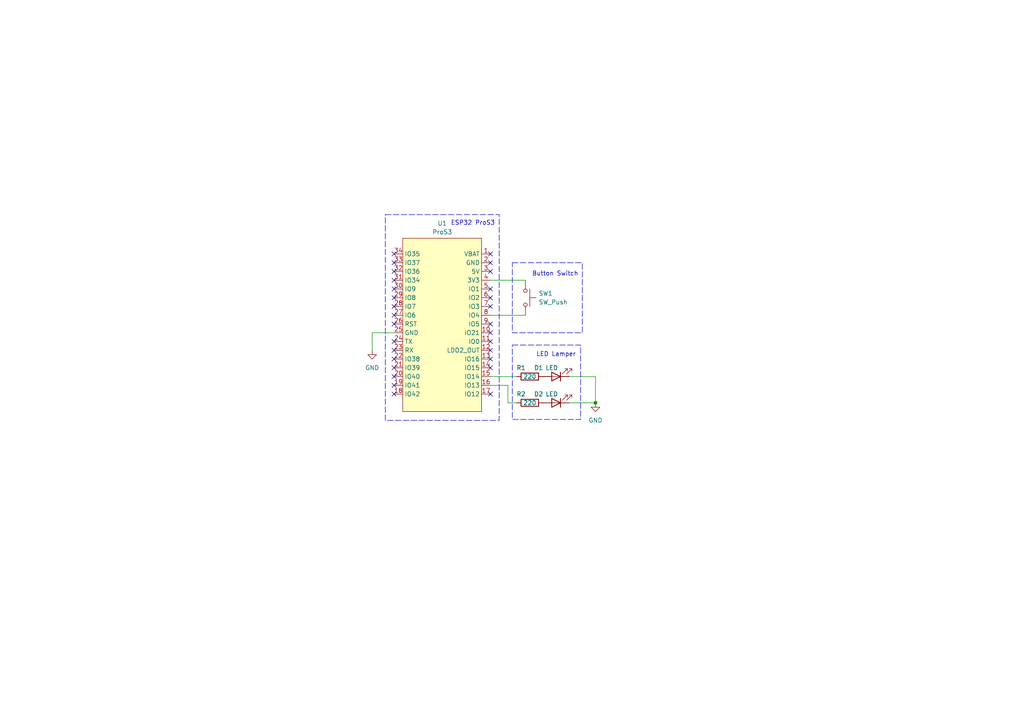
<source format=kicad_sch>
(kicad_sch (version 20231120) (generator "eeschema") (generator_version "8.0")
  (paper "A4")
  (lib_symbols
    (symbol "Device:LED" (pin_numbers hide) (pin_names (offset 1.016) hide)
      (property "Reference" "D" (at 0 2.54 0))
      (property "Value" "LED" (at 0 -2.54 0))
      (symbol "LED_0_1"
        (polyline (pts (xy -1.27 -1.27) (xy -1.27 1.27)) (stroke (width 0.254)))
        (polyline (pts (xy -1.27 0) (xy 1.27 0)))
        (polyline (pts (xy 1.27 -1.27) (xy 1.27 1.27) (xy -1.27 0) (xy 1.27 -1.27)) (stroke (width 0.254)))
        (polyline (pts (xy -3.048 -0.762) (xy -4.572 -2.286) (xy -3.81 -2.286) (xy -4.572 -2.286) (xy -4.572 -1.524)))
        (polyline (pts (xy -1.778 -0.762) (xy -3.302 -2.286) (xy -2.54 -2.286) (xy -3.302 -2.286) (xy -3.302 -1.524)))
      )
      (symbol "LED_1_1"
        (pin passive line (at -3.81 0 0) (length 2.54) (name "K") (number "1"))
        (pin passive line (at 3.81 0 180) (length 2.54) (name "A") (number "2"))
      )
    )
    (symbol "Device:R" (pin_numbers hide) (pin_names (offset 0))
      (property "Reference" "R" (at 2.032 0 90))
      (property "Value" "R" (at 0 0 90))
      (symbol "R_0_1"
        (rectangle (start -1.016 -2.54) (end 1.016 2.54) (stroke (width 0.254)))
      )
      (symbol "R_1_1"
        (pin passive line (at 0 3.81 270) (length 1.27) (name "~") (number "1"))
        (pin passive line (at 0 -3.81 90) (length 1.27) (name "~") (number "2"))
      )
    )
    (symbol "ProS3:ProS3"
      (property "Reference" "U" (at 0 -28.956 0))
      (property "Value" "ProS3" (at -0.508 27.178 0))
      (symbol "ProS3_1_1"
        (rectangle (start -11.43 24.892) (end 11.43 -25.4) (stroke (width 0.1524)) (fill (type background)))
        (pin power_in line (at 13.97 20.32 180) (length 2.54) (name "VBAT") (number "1"))
        (pin bidirectional line (at 13.97 -2.54 180) (length 2.54) (name "IO21") (number "10"))
        (pin bidirectional line (at 13.97 -5.08 180) (length 2.54) (name "IO0") (number "11"))
        (pin power_out line (at 13.97 -7.62 180) (length 2.54) (name "LDO2_OUT") (number "12"))
        (pin bidirectional line (at 13.97 -10.16 180) (length 2.54) (name "IO16") (number "13"))
        (pin bidirectional line (at 13.97 -12.7 180) (length 2.54) (name "IO15") (number "14"))
        (pin bidirectional line (at 13.97 -15.24 180) (length 2.54) (name "IO14") (number "15"))
        (pin bidirectional line (at 13.97 -17.78 180) (length 2.54) (name "IO13") (number "16"))
        (pin bidirectional line (at 13.97 -20.32 180) (length 2.54) (name "IO12") (number "17"))
        (pin bidirectional line (at -13.97 -20.32 0) (length 2.54) (name "IO42") (number "18"))
        (pin bidirectional line (at -13.97 -17.78 0) (length 2.54) (name "IO41") (number "19"))
        (pin power_in line (at 13.97 17.78 180) (length 2.54) (name "GND") (number "2"))
        (pin bidirectional line (at -13.97 -15.24 0) (length 2.54) (name "IO40") (number "20"))
        (pin bidirectional line (at -13.97 -12.7 0) (length 2.54) (name "IO39") (number "21"))
        (pin bidirectional line (at -13.97 -10.16 0) (length 2.54) (name "IO38") (number "22"))
        (pin bidirectional line (at -13.97 -7.62 0) (length 2.54) (name "RX") (number "23"))
        (pin bidirectional line (at -13.97 -5.08 0) (length 2.54) (name "TX") (number "24"))
        (pin power_in line (at -13.97 -2.54 0) (length 2.54) (name "GND") (number "25"))
        (pin input line (at -13.97 0 0) (length 2.54) (name "RST") (number "26"))
        (pin bidirectional line (at -13.97 2.54 0) (length 2.54) (name "IO6") (number "27"))
        (pin bidirectional line (at -13.97 5.08 0) (length 2.54) (name "IO7") (number "28"))
        (pin bidirectional line (at -13.97 7.62 0) (length 2.54) (name "IO8") (number "29"))
        (pin power_in line (at 13.97 15.24 180) (length 2.54) (name "5V") (number "3"))
        (pin bidirectional line (at -13.97 10.16 0) (length 2.54) (name "IO9") (number "30"))
        (pin bidirectional line (at -13.97 12.7 0) (length 2.54) (name "IO34") (number "31"))
        (pin bidirectional line (at -13.97 15.24 0) (length 2.54) (name "IO36") (number "32"))
        (pin bidirectional line (at -13.97 17.78 0) (length 2.54) (name "IO37") (number "33"))
        (pin bidirectional line (at -13.97 20.32 0) (length 2.54) (name "IO35") (number "34"))
        (pin power_in line (at 13.97 12.7 180) (length 2.54) (name "3V3") (number "4"))
        (pin bidirectional line (at 13.97 10.16 180) (length 2.54) (name "IO1") (number "5"))
        (pin bidirectional line (at 13.97 7.62 180) (length 2.54) (name "IO2") (number "6"))
        (pin bidirectional line (at 13.97 5.08 180) (length 2.54) (name "IO3") (number "7"))
        (pin bidirectional line (at 13.97 2.54 180) (length 2.54) (name "IO4") (number "8"))
        (pin bidirectional line (at 13.97 0 180) (length 2.54) (name "IO5") (number "9"))
      )
    )
    (symbol "Switch:SW_Push" (pin_numbers hide) (pin_names (offset 1.016) hide)
      (property "Reference" "SW" (at 1.27 2.54 0))
      (property "Value" "SW_Push" (at 0 -1.524 0))
      (symbol "SW_Push_0_1"
        (circle (center -2.032 0) (radius 0.508))
        (polyline (pts (xy 0 1.27) (xy 0 3.048)))
        (polyline (pts (xy 2.54 1.27) (xy -2.54 1.27)))
        (circle (center 2.032 0) (radius 0.508))
        (pin passive line (at -5.08 0 0) (length 2.54) (name "1") (number "1"))
        (pin passive line (at 5.08 0 180) (length 2.54) (name "2") (number "2"))
      )
    )
    (symbol "power:GND" (power) (pin_numbers hide) (pin_names (offset 0) hide)
      (property "Value" "GND" (at 0 -3.81 0))
      (symbol "GND_0_1"
        (polyline (pts (xy 0 0) (xy 0 -1.27) (xy 1.27 -1.27) (xy 0 -2.54) (xy -1.27 -1.27) (xy 0 -1.27)))
      )
      (symbol "GND_1_1"
        (pin power_in line (at 0 0 270) (length 0) (name "~") (number "1"))
      )
    )
  )
  (junction (at 172.72 116.84))
  (no_connect (at 114.3 88.9))
  (no_connect (at 142.24 114.3))
  (no_connect (at 142.24 106.68))
  (no_connect (at 114.3 101.6))
  (no_connect (at 142.24 88.9))
  (no_connect (at 114.3 109.22))
  (no_connect (at 142.24 93.98))
  (no_connect (at 142.24 104.14))
  (no_connect (at 114.3 81.28))
  (no_connect (at 142.24 96.52))
  (no_connect (at 142.24 99.06))
  (no_connect (at 142.24 86.36))
  (no_connect (at 114.3 78.74))
  (no_connect (at 114.3 99.06))
  (no_connect (at 114.3 111.76))
  (no_connect (at 114.3 106.68))
  (no_connect (at 142.24 83.82))
  (no_connect (at 142.24 101.6))
  (no_connect (at 114.3 86.36))
  (no_connect (at 114.3 76.2))
  (no_connect (at 114.3 104.14))
  (no_connect (at 114.3 83.82))
  (no_connect (at 142.24 73.66))
  (no_connect (at 114.3 73.66))
  (no_connect (at 142.24 78.74))
  (no_connect (at 142.24 76.2))
  (no_connect (at 114.3 91.44))
  (no_connect (at 114.3 93.98))
  (no_connect (at 114.3 114.3))
  (wire (pts (xy 142.24 91.44) (xy 152.4 91.44)))
  (wire (pts (xy 147.32 111.76) (xy 147.32 116.84)))
  (wire (pts (xy 142.24 109.22) (xy 149.86 109.22)))
  (wire (pts (xy 107.95 96.52) (xy 107.95 101.6)))
  (wire (pts (xy 114.3 96.52) (xy 107.95 96.52)))
  (wire (pts (xy 142.24 111.76) (xy 147.32 111.76)))
  (wire (pts (xy 142.24 81.28) (xy 152.4 81.28)))
  (wire (pts (xy 165.1 116.84) (xy 172.72 116.84)))
  (wire (pts (xy 172.72 109.22) (xy 172.72 116.84)))
  (wire (pts (xy 165.1 109.22) (xy 172.72 109.22)))
  (wire (pts (xy 147.32 116.84) (xy 149.86 116.84)))
  (rectangle (start 148.59 76.2) (end 168.91 96.52) (stroke (width 0) (type dash)))
  (rectangle (start 111.76 62.23) (end 144.78 121.92) (stroke (width 0) (type dash)))
  (rectangle (start 148.59 100.076) (end 168.402 121.666) (stroke (width 0) (type dash)))
  (text "LED Lamper" (at 161.29 102.87 0) (effects (font (size 1.27 1.27))))
  (text "Button Switch" (at 161.036 79.502 0) (effects (font (size 1.27 1.27))))
  (text "ESP32 ProS3" (at 137.16 64.77 0) (effects (font (size 1.27 1.27))))
  (symbol (lib_id "Device:LED") (at 161.29 116.84 180) (unit 1)
    (property "Reference" "D2" (at 156.21 114.3 0))
    (property "Value" "LED" (at 160.02 114.3 0))
    (property "Footprint" "LED_SMD:LED_0603_1608Metric_Pad1.05x0.95mm_HandSolder" (effects (hide yes)))
    (property "Description" "Light emitting diode" (effects (hide yes)))
  )
  (symbol (lib_id "power:GND") (at 172.72 116.84 0) (unit 1)
    (property "Reference" "#PWR01" (effects (hide yes)))
    (property "Value" "GND" (at 172.72 121.92 0))
    (property "Description" "Power symbol creates a global label with name \"GND\" , ground" (effects (hide yes)))
  )
  (symbol (lib_id "ProS3:ProS3") (at 128.27 93.98 0) (unit 1)
    (property "Reference" "U1" (at 128.27 64.77 0))
    (property "Value" "ProS3" (at 128.27 67.31 0))
    (property "Footprint" "AndreasLibrary:ESP32-PROS3" (effects (hide yes)))
  )
  (symbol (lib_id "Switch:SW_Push") (at 152.4 86.36 270) (unit 1)
    (property "Reference" "SW1" (at 156.21 85.0899 90) (effects (justify left)))
    (property "Value" "SW_Push" (at 156.21 87.6299 90) (effects (justify left)))
    (property "Footprint" "Button_Switch_THT:SW_DIP_SPSTx01_Piano_10.8x4.1mm_W7.62mm_P2.54mm" (effects (hide yes)))
    (property "Description" "Push button switch, generic, two pins" (effects (hide yes)))
  )
  (symbol (lib_id "Device:R") (at 153.67 109.22 90) (unit 1)
    (property "Reference" "R1" (at 151.13 106.68 90))
    (property "Value" "220" (at 153.67 109.22 90))
    (property "Footprint" "Resistor_SMD:R_0402_1005Metric_Pad0.72x0.64mm_HandSolder" (effects (hide yes)))
    (property "Description" "Resistor" (effects (hide yes)))
  )
  (symbol (lib_id "power:GND") (at 107.95 101.6 0) (unit 1)
    (property "Reference" "#PWR02" (effects (hide yes)))
    (property "Value" "GND" (at 107.95 106.68 0))
    (property "Description" "Power symbol creates a global label with name \"GND\" , ground" (effects (hide yes)))
  )
  (symbol (lib_id "Device:R") (at 153.67 116.84 90) (unit 1)
    (property "Reference" "R2" (at 151.13 114.3 90))
    (property "Value" "220" (at 153.67 116.84 90))
    (property "Footprint" "Resistor_SMD:R_0402_1005Metric_Pad0.72x0.64mm_HandSolder" (effects (hide yes)))
    (property "Description" "Resistor" (effects (hide yes)))
  )
  (symbol (lib_id "Device:LED") (at 161.29 109.22 180) (unit 1)
    (property "Reference" "D1" (at 156.21 106.68 0))
    (property "Value" "LED" (at 160.02 106.68 0))
    (property "Footprint" "LED_SMD:LED_0603_1608Metric_Pad1.05x0.95mm_HandSolder" (effects (hide yes)))
    (property "Description" "Light emitting diode" (effects (hide yes)))
  )
)
</source>
